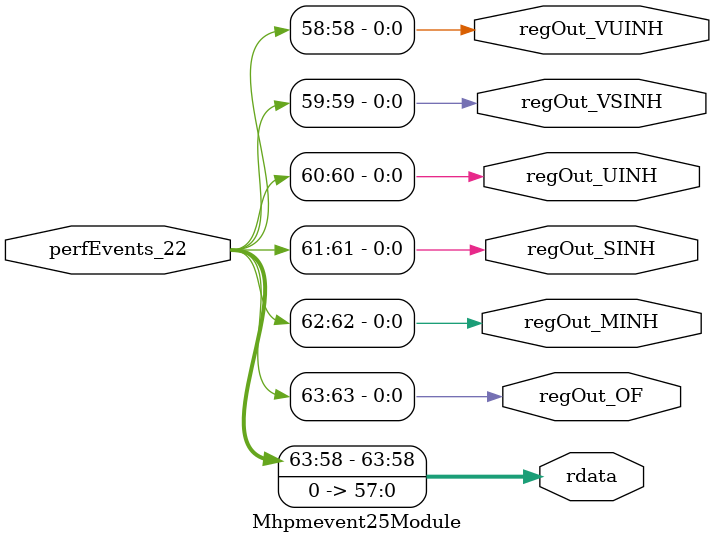
<source format=v>
`ifndef RANDOMIZE
  `ifdef RANDOMIZE_MEM_INIT
    `define RANDOMIZE
  `endif // RANDOMIZE_MEM_INIT
`endif // not def RANDOMIZE
`ifndef RANDOMIZE
  `ifdef RANDOMIZE_REG_INIT
    `define RANDOMIZE
  `endif // RANDOMIZE_REG_INIT
`endif // not def RANDOMIZE
`ifndef RANDOM
  `define RANDOM $random
`endif // not def RANDOM
// Users can define INIT_RANDOM as general code that gets injected into the
// initializer block for modules with registers.
`ifndef INIT_RANDOM
  `define INIT_RANDOM
`endif // not def INIT_RANDOM
// If using random initialization, you can also define RANDOMIZE_DELAY to
// customize the delay used, otherwise 0.002 is used.
`ifndef RANDOMIZE_DELAY
  `define RANDOMIZE_DELAY 0.002
`endif // not def RANDOMIZE_DELAY
// Define INIT_RANDOM_PROLOG_ for use in our modules below.
`ifndef INIT_RANDOM_PROLOG_
  `ifdef RANDOMIZE
    `ifdef VERILATOR
      `define INIT_RANDOM_PROLOG_ `INIT_RANDOM
    `else  // VERILATOR
      `define INIT_RANDOM_PROLOG_ `INIT_RANDOM #`RANDOMIZE_DELAY begin end
    `endif // VERILATOR
  `else  // RANDOMIZE
    `define INIT_RANDOM_PROLOG_
  `endif // RANDOMIZE
`endif // not def INIT_RANDOM_PROLOG_
// Include register initializers in init blocks unless synthesis is set
`ifndef SYNTHESIS
  `ifndef ENABLE_INITIAL_REG_
    `define ENABLE_INITIAL_REG_
  `endif // not def ENABLE_INITIAL_REG_
`endif // not def SYNTHESIS
// Include rmemory initializers in init blocks unless synthesis is set
`ifndef SYNTHESIS
  `ifndef ENABLE_INITIAL_MEM_
    `define ENABLE_INITIAL_MEM_
  `endif // not def ENABLE_INITIAL_MEM_
`endif // not def SYNTHESIS
module Mhpmevent25Module(
  output [63:0] rdata,
  output        regOut_OF,
  output        regOut_MINH,
  output        regOut_SINH,
  output        regOut_UINH,
  output        regOut_VSINH,
  output        regOut_VUINH,
  input  [63:0] perfEvents_22
);

  assign rdata = {perfEvents_22[63:58], 58'h0};
  assign regOut_OF = perfEvents_22[63];
  assign regOut_MINH = perfEvents_22[62];
  assign regOut_SINH = perfEvents_22[61];
  assign regOut_UINH = perfEvents_22[60];
  assign regOut_VSINH = perfEvents_22[59];
  assign regOut_VUINH = perfEvents_22[58];
endmodule


</source>
